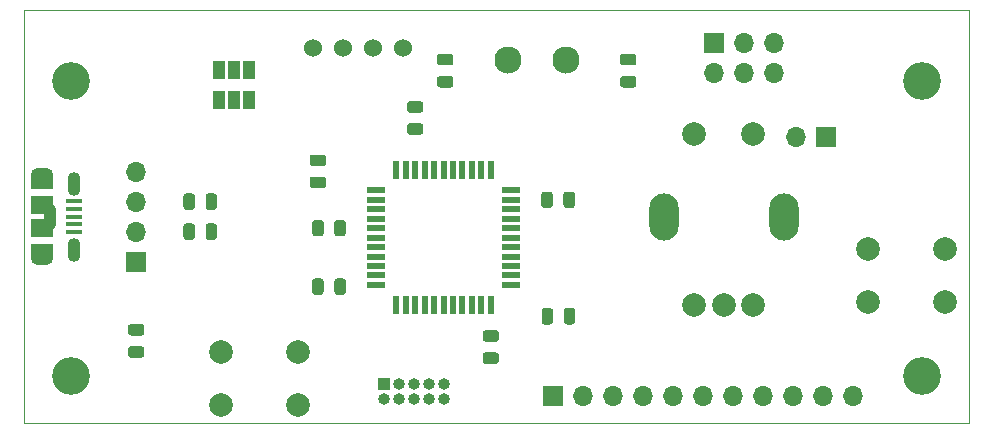
<source format=gbr>
G04 #@! TF.GenerationSoftware,KiCad,Pcbnew,(5.1.9)-1*
G04 #@! TF.CreationDate,2021-03-07T21:45:31-03:00*
G04 #@! TF.ProjectId,V0_Display,56305f44-6973-4706-9c61-792e6b696361,rev?*
G04 #@! TF.SameCoordinates,Original*
G04 #@! TF.FileFunction,Soldermask,Bot*
G04 #@! TF.FilePolarity,Negative*
%FSLAX46Y46*%
G04 Gerber Fmt 4.6, Leading zero omitted, Abs format (unit mm)*
G04 Created by KiCad (PCBNEW (5.1.9)-1) date 2021-03-07 21:45:31*
%MOMM*%
%LPD*%
G01*
G04 APERTURE LIST*
G04 #@! TA.AperFunction,Profile*
%ADD10C,0.050000*%
G04 #@! TD*
%ADD11C,1.524000*%
%ADD12O,2.500000X4.000000*%
%ADD13C,2.000000*%
%ADD14R,1.000000X1.500000*%
%ADD15O,1.700000X1.700000*%
%ADD16R,1.700000X1.700000*%
%ADD17O,1.100000X2.200000*%
%ADD18O,1.100000X2.000000*%
%ADD19R,1.900000X1.200000*%
%ADD20O,1.900000X1.200000*%
%ADD21R,1.900000X1.500000*%
%ADD22R,1.350000X0.400000*%
%ADD23C,3.200000*%
%ADD24O,1.000000X1.000000*%
%ADD25R,1.000000X1.000000*%
%ADD26R,0.550000X1.500000*%
%ADD27R,1.500000X0.550000*%
%ADD28C,2.300000*%
G04 APERTURE END LIST*
D10*
X85170000Y-84650000D02*
X85170000Y-49650000D01*
X165170000Y-84650000D02*
X85170000Y-84650000D01*
X165170000Y-49650000D02*
X165170000Y-84650000D01*
X85170000Y-49650000D02*
X165170000Y-49650000D01*
D11*
X117280000Y-52850000D03*
X114740000Y-52850000D03*
X112200000Y-52850000D03*
X109660000Y-52850000D03*
D12*
X149500000Y-67150000D03*
X139340000Y-67150000D03*
D13*
X146920000Y-60150000D03*
X141920000Y-60150000D03*
X146920000Y-74650000D03*
X144420000Y-74650000D03*
X141920000Y-74650000D03*
X163170000Y-69900000D03*
X163170000Y-74400000D03*
X156670000Y-69900000D03*
X156670000Y-74400000D03*
X101852000Y-78605400D03*
X101852000Y-83105400D03*
X108352000Y-78605400D03*
X108352000Y-83105400D03*
G36*
G01*
X100550000Y-68876250D02*
X100550000Y-67963750D01*
G75*
G02*
X100793750Y-67720000I243750J0D01*
G01*
X101281250Y-67720000D01*
G75*
G02*
X101525000Y-67963750I0J-243750D01*
G01*
X101525000Y-68876250D01*
G75*
G02*
X101281250Y-69120000I-243750J0D01*
G01*
X100793750Y-69120000D01*
G75*
G02*
X100550000Y-68876250I0J243750D01*
G01*
G37*
G36*
G01*
X98675000Y-68876250D02*
X98675000Y-67963750D01*
G75*
G02*
X98918750Y-67720000I243750J0D01*
G01*
X99406250Y-67720000D01*
G75*
G02*
X99650000Y-67963750I0J-243750D01*
G01*
X99650000Y-68876250D01*
G75*
G02*
X99406250Y-69120000I-243750J0D01*
G01*
X98918750Y-69120000D01*
G75*
G02*
X98675000Y-68876250I0J243750D01*
G01*
G37*
G36*
G01*
X94213750Y-78117900D02*
X95126250Y-78117900D01*
G75*
G02*
X95370000Y-78361650I0J-243750D01*
G01*
X95370000Y-78849150D01*
G75*
G02*
X95126250Y-79092900I-243750J0D01*
G01*
X94213750Y-79092900D01*
G75*
G02*
X93970000Y-78849150I0J243750D01*
G01*
X93970000Y-78361650D01*
G75*
G02*
X94213750Y-78117900I243750J0D01*
G01*
G37*
G36*
G01*
X94213750Y-76242900D02*
X95126250Y-76242900D01*
G75*
G02*
X95370000Y-76486650I0J-243750D01*
G01*
X95370000Y-76974150D01*
G75*
G02*
X95126250Y-77217900I-243750J0D01*
G01*
X94213750Y-77217900D01*
G75*
G02*
X93970000Y-76974150I0J243750D01*
G01*
X93970000Y-76486650D01*
G75*
G02*
X94213750Y-76242900I243750J0D01*
G01*
G37*
D14*
X102950000Y-54730000D03*
X104250000Y-54730000D03*
X101650000Y-54730000D03*
X102950000Y-57270000D03*
X101650000Y-57270000D03*
X104250000Y-57270000D03*
D15*
X150575000Y-60445000D03*
D16*
X153115000Y-60445000D03*
D15*
X94670000Y-63340000D03*
X94670000Y-65880000D03*
X94670000Y-68420000D03*
D16*
X94670000Y-70960000D03*
D17*
X87350500Y-67150000D03*
D18*
X89382500Y-69944000D03*
D19*
X86682500Y-70050000D03*
X86682500Y-64250000D03*
D20*
X86682500Y-63650000D03*
X86682500Y-70650000D03*
D21*
X86682500Y-68150000D03*
D18*
X89382500Y-64356000D03*
D22*
X89382500Y-67150000D03*
X89382500Y-66500000D03*
X89382500Y-65850000D03*
X89382500Y-68450000D03*
X89382500Y-67800000D03*
D21*
X86682500Y-66150000D03*
D23*
X89170000Y-80650000D03*
X161170000Y-55650000D03*
X161170000Y-80650000D03*
X89170000Y-55650000D03*
G36*
G01*
X135875750Y-55244300D02*
X136788250Y-55244300D01*
G75*
G02*
X137032000Y-55488050I0J-243750D01*
G01*
X137032000Y-55975550D01*
G75*
G02*
X136788250Y-56219300I-243750J0D01*
G01*
X135875750Y-56219300D01*
G75*
G02*
X135632000Y-55975550I0J243750D01*
G01*
X135632000Y-55488050D01*
G75*
G02*
X135875750Y-55244300I243750J0D01*
G01*
G37*
G36*
G01*
X135875750Y-53369300D02*
X136788250Y-53369300D01*
G75*
G02*
X137032000Y-53613050I0J-243750D01*
G01*
X137032000Y-54100550D01*
G75*
G02*
X136788250Y-54344300I-243750J0D01*
G01*
X135875750Y-54344300D01*
G75*
G02*
X135632000Y-54100550I0J243750D01*
G01*
X135632000Y-53613050D01*
G75*
G02*
X135875750Y-53369300I243750J0D01*
G01*
G37*
G36*
G01*
X117840150Y-59250000D02*
X118752650Y-59250000D01*
G75*
G02*
X118996400Y-59493750I0J-243750D01*
G01*
X118996400Y-59981250D01*
G75*
G02*
X118752650Y-60225000I-243750J0D01*
G01*
X117840150Y-60225000D01*
G75*
G02*
X117596400Y-59981250I0J243750D01*
G01*
X117596400Y-59493750D01*
G75*
G02*
X117840150Y-59250000I243750J0D01*
G01*
G37*
G36*
G01*
X117840150Y-57375000D02*
X118752650Y-57375000D01*
G75*
G02*
X118996400Y-57618750I0J-243750D01*
G01*
X118996400Y-58106250D01*
G75*
G02*
X118752650Y-58350000I-243750J0D01*
G01*
X117840150Y-58350000D01*
G75*
G02*
X117596400Y-58106250I0J243750D01*
G01*
X117596400Y-57618750D01*
G75*
G02*
X117840150Y-57375000I243750J0D01*
G01*
G37*
G36*
G01*
X111446400Y-68584250D02*
X111446400Y-67671750D01*
G75*
G02*
X111690150Y-67428000I243750J0D01*
G01*
X112177650Y-67428000D01*
G75*
G02*
X112421400Y-67671750I0J-243750D01*
G01*
X112421400Y-68584250D01*
G75*
G02*
X112177650Y-68828000I-243750J0D01*
G01*
X111690150Y-68828000D01*
G75*
G02*
X111446400Y-68584250I0J243750D01*
G01*
G37*
G36*
G01*
X109571400Y-68584250D02*
X109571400Y-67671750D01*
G75*
G02*
X109815150Y-67428000I243750J0D01*
G01*
X110302650Y-67428000D01*
G75*
G02*
X110546400Y-67671750I0J-243750D01*
G01*
X110546400Y-68584250D01*
G75*
G02*
X110302650Y-68828000I-243750J0D01*
G01*
X109815150Y-68828000D01*
G75*
G02*
X109571400Y-68584250I0J243750D01*
G01*
G37*
G36*
G01*
X111446400Y-73524450D02*
X111446400Y-72611950D01*
G75*
G02*
X111690150Y-72368200I243750J0D01*
G01*
X112177650Y-72368200D01*
G75*
G02*
X112421400Y-72611950I0J-243750D01*
G01*
X112421400Y-73524450D01*
G75*
G02*
X112177650Y-73768200I-243750J0D01*
G01*
X111690150Y-73768200D01*
G75*
G02*
X111446400Y-73524450I0J243750D01*
G01*
G37*
G36*
G01*
X109571400Y-73524450D02*
X109571400Y-72611950D01*
G75*
G02*
X109815150Y-72368200I243750J0D01*
G01*
X110302650Y-72368200D01*
G75*
G02*
X110546400Y-72611950I0J-243750D01*
G01*
X110546400Y-73524450D01*
G75*
G02*
X110302650Y-73768200I-243750J0D01*
G01*
X109815150Y-73768200D01*
G75*
G02*
X109571400Y-73524450I0J243750D01*
G01*
G37*
G36*
G01*
X120375750Y-53369300D02*
X121288250Y-53369300D01*
G75*
G02*
X121532000Y-53613050I0J-243750D01*
G01*
X121532000Y-54100550D01*
G75*
G02*
X121288250Y-54344300I-243750J0D01*
G01*
X120375750Y-54344300D01*
G75*
G02*
X120132000Y-54100550I0J243750D01*
G01*
X120132000Y-53613050D01*
G75*
G02*
X120375750Y-53369300I243750J0D01*
G01*
G37*
G36*
G01*
X120375750Y-55244300D02*
X121288250Y-55244300D01*
G75*
G02*
X121532000Y-55488050I0J-243750D01*
G01*
X121532000Y-55975550D01*
G75*
G02*
X121288250Y-56219300I-243750J0D01*
G01*
X120375750Y-56219300D01*
G75*
G02*
X120132000Y-55975550I0J243750D01*
G01*
X120132000Y-55488050D01*
G75*
G02*
X120375750Y-55244300I243750J0D01*
G01*
G37*
G36*
G01*
X110510050Y-62864600D02*
X109597550Y-62864600D01*
G75*
G02*
X109353800Y-62620850I0J243750D01*
G01*
X109353800Y-62133350D01*
G75*
G02*
X109597550Y-61889600I243750J0D01*
G01*
X110510050Y-61889600D01*
G75*
G02*
X110753800Y-62133350I0J-243750D01*
G01*
X110753800Y-62620850D01*
G75*
G02*
X110510050Y-62864600I-243750J0D01*
G01*
G37*
G36*
G01*
X110510050Y-64739600D02*
X109597550Y-64739600D01*
G75*
G02*
X109353800Y-64495850I0J243750D01*
G01*
X109353800Y-64008350D01*
G75*
G02*
X109597550Y-63764600I243750J0D01*
G01*
X110510050Y-63764600D01*
G75*
G02*
X110753800Y-64008350I0J-243750D01*
G01*
X110753800Y-64495850D01*
G75*
G02*
X110510050Y-64739600I-243750J0D01*
G01*
G37*
D15*
X155400000Y-82347200D03*
X152860000Y-82347200D03*
X150320000Y-82347200D03*
X147780000Y-82347200D03*
X145240000Y-82347200D03*
X142700000Y-82347200D03*
X140160000Y-82347200D03*
X137620000Y-82347200D03*
X135080000Y-82347200D03*
X132540000Y-82347200D03*
D16*
X130000000Y-82347200D03*
D15*
X148712600Y-55008800D03*
X148712600Y-52468800D03*
X146172600Y-55008800D03*
X146172600Y-52468800D03*
X143632600Y-55008800D03*
D16*
X143632600Y-52468800D03*
D24*
X120747200Y-82550400D03*
X120747200Y-81280400D03*
X119477200Y-82550400D03*
X119477200Y-81280400D03*
X118207200Y-82550400D03*
X118207200Y-81280400D03*
X116937200Y-82550400D03*
X116937200Y-81280400D03*
X115667200Y-82550400D03*
D25*
X115667200Y-81280400D03*
G36*
G01*
X99650000Y-65423750D02*
X99650000Y-66336250D01*
G75*
G02*
X99406250Y-66580000I-243750J0D01*
G01*
X98918750Y-66580000D01*
G75*
G02*
X98675000Y-66336250I0J243750D01*
G01*
X98675000Y-65423750D01*
G75*
G02*
X98918750Y-65180000I243750J0D01*
G01*
X99406250Y-65180000D01*
G75*
G02*
X99650000Y-65423750I0J-243750D01*
G01*
G37*
G36*
G01*
X101525000Y-65423750D02*
X101525000Y-66336250D01*
G75*
G02*
X101281250Y-66580000I-243750J0D01*
G01*
X100793750Y-66580000D01*
G75*
G02*
X100550000Y-66336250I0J243750D01*
G01*
X100550000Y-65423750D01*
G75*
G02*
X100793750Y-65180000I243750J0D01*
G01*
X101281250Y-65180000D01*
G75*
G02*
X101525000Y-65423750I0J-243750D01*
G01*
G37*
G36*
G01*
X128999600Y-76039050D02*
X128999600Y-75126550D01*
G75*
G02*
X129243350Y-74882800I243750J0D01*
G01*
X129730850Y-74882800D01*
G75*
G02*
X129974600Y-75126550I0J-243750D01*
G01*
X129974600Y-76039050D01*
G75*
G02*
X129730850Y-76282800I-243750J0D01*
G01*
X129243350Y-76282800D01*
G75*
G02*
X128999600Y-76039050I0J243750D01*
G01*
G37*
G36*
G01*
X130874600Y-76039050D02*
X130874600Y-75126550D01*
G75*
G02*
X131118350Y-74882800I243750J0D01*
G01*
X131605850Y-74882800D01*
G75*
G02*
X131849600Y-75126550I0J-243750D01*
G01*
X131849600Y-76039050D01*
G75*
G02*
X131605850Y-76282800I-243750J0D01*
G01*
X131118350Y-76282800D01*
G75*
G02*
X130874600Y-76039050I0J243750D01*
G01*
G37*
D26*
X116696400Y-74628000D03*
X117496400Y-74628000D03*
X118296400Y-74628000D03*
X119096400Y-74628000D03*
X119896400Y-74628000D03*
X120696400Y-74628000D03*
X121496400Y-74628000D03*
X122296400Y-74628000D03*
X123096400Y-74628000D03*
X123896400Y-74628000D03*
X124696400Y-74628000D03*
D27*
X126396400Y-72928000D03*
X126396400Y-72128000D03*
X126396400Y-71328000D03*
X126396400Y-70528000D03*
X126396400Y-69728000D03*
X126396400Y-68928000D03*
X126396400Y-68128000D03*
X126396400Y-67328000D03*
X126396400Y-66528000D03*
X126396400Y-65728000D03*
X126396400Y-64928000D03*
D26*
X124696400Y-63228000D03*
X123896400Y-63228000D03*
X123096400Y-63228000D03*
X122296400Y-63228000D03*
X121496400Y-63228000D03*
X120696400Y-63228000D03*
X119896400Y-63228000D03*
X119096400Y-63228000D03*
X118296400Y-63228000D03*
X117496400Y-63228000D03*
X116696400Y-63228000D03*
D27*
X114996400Y-64928000D03*
X114996400Y-65728000D03*
X114996400Y-66528000D03*
X114996400Y-67328000D03*
X114996400Y-68128000D03*
X114996400Y-68928000D03*
X114996400Y-69728000D03*
X114996400Y-70528000D03*
X114996400Y-71328000D03*
X114996400Y-72128000D03*
X114996400Y-72928000D03*
D28*
X131032000Y-53865800D03*
X126132000Y-53865800D03*
G36*
G01*
X130846900Y-66184250D02*
X130846900Y-65271750D01*
G75*
G02*
X131090650Y-65028000I243750J0D01*
G01*
X131578150Y-65028000D01*
G75*
G02*
X131821900Y-65271750I0J-243750D01*
G01*
X131821900Y-66184250D01*
G75*
G02*
X131578150Y-66428000I-243750J0D01*
G01*
X131090650Y-66428000D01*
G75*
G02*
X130846900Y-66184250I0J243750D01*
G01*
G37*
G36*
G01*
X128971900Y-66184250D02*
X128971900Y-65271750D01*
G75*
G02*
X129215650Y-65028000I243750J0D01*
G01*
X129703150Y-65028000D01*
G75*
G02*
X129946900Y-65271750I0J-243750D01*
G01*
X129946900Y-66184250D01*
G75*
G02*
X129703150Y-66428000I-243750J0D01*
G01*
X129215650Y-66428000D01*
G75*
G02*
X128971900Y-66184250I0J243750D01*
G01*
G37*
G36*
G01*
X124240150Y-76771700D02*
X125152650Y-76771700D01*
G75*
G02*
X125396400Y-77015450I0J-243750D01*
G01*
X125396400Y-77502950D01*
G75*
G02*
X125152650Y-77746700I-243750J0D01*
G01*
X124240150Y-77746700D01*
G75*
G02*
X123996400Y-77502950I0J243750D01*
G01*
X123996400Y-77015450D01*
G75*
G02*
X124240150Y-76771700I243750J0D01*
G01*
G37*
G36*
G01*
X124240150Y-78646700D02*
X125152650Y-78646700D01*
G75*
G02*
X125396400Y-78890450I0J-243750D01*
G01*
X125396400Y-79377950D01*
G75*
G02*
X125152650Y-79621700I-243750J0D01*
G01*
X124240150Y-79621700D01*
G75*
G02*
X123996400Y-79377950I0J243750D01*
G01*
X123996400Y-78890450D01*
G75*
G02*
X124240150Y-78646700I243750J0D01*
G01*
G37*
M02*

</source>
